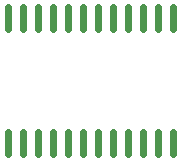
<source format=gtp>
G04 Layer: TopPasteMaskLayer*
G04 EasyEDA v6.4.25, 2021-10-17T02:20:50+08:00*
G04 2ac7491e4d7b47ffaeae1aaf30646eaa,91c7be0e0535418db580a4ece6a21754,10*
G04 Gerber Generator version 0.2*
G04 Scale: 100 percent, Rotated: No, Reflected: No *
G04 Dimensions in millimeters *
G04 leading zeros omitted , absolute positions ,4 integer and 5 decimal *
%FSLAX45Y45*%
%MOMM*%

%ADD12C,0.5600*%

%LPD*%
D12*
X5029197Y3062589D02*
G01*
X5029197Y2875419D01*
X5156197Y3062589D02*
G01*
X5156197Y2875419D01*
X5283197Y3062589D02*
G01*
X5283197Y2875419D01*
X5410197Y3062589D02*
G01*
X5410197Y2875419D01*
X5537197Y3062589D02*
G01*
X5537197Y2875419D01*
X5664197Y3062589D02*
G01*
X5664197Y2875419D01*
X5791197Y3062589D02*
G01*
X5791197Y2875419D01*
X5918197Y3062589D02*
G01*
X5918197Y2875419D01*
X6045197Y3062589D02*
G01*
X6045197Y2875419D01*
X6172197Y3062589D02*
G01*
X6172197Y2875419D01*
X6299197Y3062589D02*
G01*
X6299197Y2875419D01*
X6426197Y3062589D02*
G01*
X6426197Y2875419D01*
X5029197Y4116387D02*
G01*
X5029197Y3929214D01*
X5156197Y4116387D02*
G01*
X5156197Y3929214D01*
X5283197Y4116387D02*
G01*
X5283197Y3929214D01*
X5410197Y4116387D02*
G01*
X5410197Y3929214D01*
X5537197Y4116387D02*
G01*
X5537197Y3929214D01*
X5664197Y4116387D02*
G01*
X5664197Y3929214D01*
X5791197Y4116387D02*
G01*
X5791197Y3929214D01*
X5918197Y4116387D02*
G01*
X5918197Y3929214D01*
X6045197Y4116387D02*
G01*
X6045197Y3929214D01*
X6172197Y4116387D02*
G01*
X6172197Y3929214D01*
X6299197Y4116387D02*
G01*
X6299197Y3929214D01*
X6426197Y4116387D02*
G01*
X6426197Y3929214D01*
M02*

</source>
